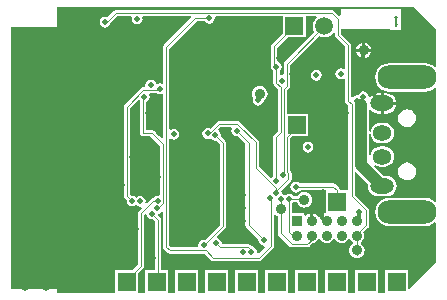
<source format=gtl>
G04 Layer_Physical_Order=1*
G04 Layer_Color=255*
%FSLAX25Y25*%
%MOIN*%
G70*
G01*
G75*
%ADD10R,0.00492X0.00492*%
%ADD11C,0.03543*%
%ADD12C,0.00492*%
%ADD13C,0.01181*%
%ADD14C,0.03937*%
%ADD15C,0.00591*%
%ADD16R,0.15714X0.87517*%
%ADD17R,0.05906X0.05906*%
%ADD18C,0.03543*%
%ADD19R,0.03543X0.03543*%
%ADD20C,0.05906*%
%ADD21O,0.19685X0.07874*%
%ADD22C,0.00394*%
%ADD23O,0.07874X0.05118*%
%ADD24O,0.06299X0.05118*%
%ADD25C,0.01969*%
%ADD26C,0.03150*%
G36*
X96342Y54702D02*
X96667Y54519D01*
Y43602D01*
X96747Y43199D01*
X96975Y42857D01*
X97317Y42629D01*
X97720Y42549D01*
X100128D01*
X103277Y39400D01*
Y23040D01*
X102777Y22629D01*
X102559Y22672D01*
X101868Y22535D01*
X101282Y22143D01*
X101125Y21909D01*
X100778Y21840D01*
X100436Y21611D01*
X100436Y21611D01*
X98908Y20084D01*
X98448Y20330D01*
X98534Y20762D01*
X98396Y21454D01*
X98005Y22040D01*
X97418Y22431D01*
X96727Y22569D01*
X96036Y22431D01*
X95470Y22053D01*
X95348Y22237D01*
X94762Y22628D01*
X94070Y22766D01*
X93807Y22713D01*
X93353Y23167D01*
Y51912D01*
X96160Y54720D01*
X96342Y54702D01*
D02*
G37*
G36*
X127330Y45075D02*
X127268Y44983D01*
X127131Y44291D01*
X127268Y43600D01*
X127660Y43014D01*
X128246Y42623D01*
X128937Y42485D01*
X129201Y42537D01*
X131820Y39918D01*
Y12795D01*
X131820Y12795D01*
X131901Y12392D01*
X132129Y12050D01*
X136193Y7986D01*
X136150Y7774D01*
X136288Y7082D01*
X136679Y6496D01*
X137266Y6105D01*
X137957Y5967D01*
X138161Y6008D01*
X138407Y5547D01*
X136273Y3413D01*
X136039Y3437D01*
X135651Y3967D01*
X135665Y4035D01*
X135527Y4727D01*
X135136Y5313D01*
X134549Y5704D01*
X133955Y5822D01*
X133521Y6257D01*
X133179Y6485D01*
X132776Y6566D01*
X132775Y6566D01*
X124137D01*
X123952Y6791D01*
X123814Y7483D01*
X123423Y8069D01*
X122837Y8460D01*
X122530Y8521D01*
X122365Y9064D01*
X125056Y11755D01*
X125056Y11755D01*
X125285Y12097D01*
X125365Y12500D01*
X125365Y12500D01*
Y40256D01*
X125365Y40256D01*
X125285Y40659D01*
X125056Y41001D01*
X125056Y41001D01*
X123588Y42469D01*
X123657Y42815D01*
X123519Y43506D01*
X123128Y44092D01*
X122888Y44252D01*
X122839Y44750D01*
X123606Y45516D01*
X127094D01*
X127330Y45075D01*
D02*
G37*
G36*
X102530Y56682D02*
X103222Y56545D01*
X103860Y56672D01*
X104007Y56639D01*
X104360Y56450D01*
Y41951D01*
X103898Y41759D01*
X101310Y44347D01*
X100968Y44576D01*
X100565Y44656D01*
X100565Y44656D01*
X98774D01*
Y54021D01*
X98796Y54026D01*
X99382Y54417D01*
X99774Y55003D01*
X99911Y55694D01*
X99800Y56256D01*
X100082Y56756D01*
X102420D01*
X102530Y56682D01*
D02*
G37*
G36*
X155667Y82038D02*
X155461Y81880D01*
X154862Y81098D01*
X154485Y80188D01*
X154356Y79212D01*
X154485Y78236D01*
X154830Y77403D01*
X144875Y67448D01*
X144647Y67106D01*
X144566Y66703D01*
X144566Y66703D01*
Y63091D01*
X144180Y62774D01*
X143898Y62830D01*
X143628Y62776D01*
X143242Y63094D01*
Y64305D01*
X143465Y64454D01*
X143857Y65040D01*
X143994Y65731D01*
X143857Y66422D01*
X143465Y67009D01*
X142879Y67400D01*
X142441Y67487D01*
Y72035D01*
X145879Y75472D01*
X151869D01*
Y82538D01*
X155498D01*
X155667Y82038D01*
D02*
G37*
G36*
X195437Y78298D02*
Y65649D01*
X194937Y65527D01*
X194017Y66233D01*
X192867Y66709D01*
X191634Y66872D01*
X179823D01*
X178589Y66709D01*
X177440Y66233D01*
X176453Y65476D01*
X175696Y64489D01*
X175220Y63340D01*
X175058Y62106D01*
X175220Y60873D01*
X175696Y59724D01*
X176453Y58737D01*
X177440Y57980D01*
X178589Y57503D01*
X179823Y57341D01*
X191634D01*
X192867Y57503D01*
X194017Y57980D01*
X194937Y58686D01*
X195437Y58563D01*
Y20767D01*
X194937Y20645D01*
X194017Y21351D01*
X192867Y21827D01*
X191634Y21990D01*
X179823D01*
X178589Y21827D01*
X177440Y21351D01*
X176453Y20594D01*
X175696Y19607D01*
X175220Y18458D01*
X175058Y17224D01*
X175220Y15991D01*
X175696Y14842D01*
X176453Y13855D01*
X177440Y13098D01*
X178589Y12622D01*
X179823Y12459D01*
X191634D01*
X192867Y12622D01*
X194017Y13098D01*
X194937Y13804D01*
X195437Y13681D01*
Y442D01*
X186426Y-8568D01*
X185965Y-8376D01*
Y-2224D01*
X178484D01*
Y-9705D01*
X177986Y-9708D01*
X176463D01*
X175965Y-9705D01*
X175965Y-9208D01*
Y-2224D01*
X168484D01*
X168484Y-9705D01*
X167986Y-9708D01*
X166463D01*
X165965Y-9705D01*
X165965Y-9208D01*
Y-2224D01*
X158484D01*
X158484Y-9705D01*
X157986Y-9708D01*
X156463D01*
X155965Y-9705D01*
X155965Y-9208D01*
Y-2224D01*
X148484D01*
X148484Y-9705D01*
X147986Y-9708D01*
X146463D01*
X145965Y-9705D01*
X145965Y-9208D01*
Y-2224D01*
X138484D01*
X138484Y-9705D01*
X137986Y-9708D01*
X136463D01*
X135965Y-9705D01*
X135965Y-9208D01*
Y-2224D01*
X128484D01*
X128484Y-9705D01*
X127986Y-9708D01*
X126463D01*
X125965Y-9705D01*
X125965Y-9208D01*
Y-2224D01*
X118484D01*
X118484Y-9705D01*
X117986Y-9708D01*
X116463D01*
X115965Y-9705D01*
X115965Y-9208D01*
Y-2224D01*
X108484D01*
X108484Y-9705D01*
X107986Y-9708D01*
X106463D01*
X105965Y-9705D01*
X105965Y-9208D01*
Y-2224D01*
X103662D01*
Y14715D01*
X103662Y14715D01*
X103582Y15118D01*
X103353Y15460D01*
X102670Y16143D01*
X102834Y16686D01*
X103088Y16737D01*
X103674Y17128D01*
X103860Y17405D01*
X104360Y17254D01*
Y5582D01*
X104360Y5582D01*
X104440Y5179D01*
X104668Y4837D01*
X105805Y3700D01*
X106147Y3472D01*
X106550Y3391D01*
X106550Y3391D01*
X118190D01*
X120310Y1272D01*
X120310Y1272D01*
X120652Y1043D01*
X121055Y963D01*
X121055Y963D01*
X136367D01*
X136367Y963D01*
X136770Y1043D01*
X137112Y1272D01*
X140965Y5125D01*
X140965Y5125D01*
X141193Y5466D01*
X141274Y5870D01*
Y16248D01*
X141774Y16418D01*
X141876Y16285D01*
X142410Y15875D01*
X142647Y15777D01*
Y10098D01*
X142647Y10098D01*
X142727Y9695D01*
X142956Y9353D01*
X146460Y5849D01*
X146460Y5849D01*
X146801Y5621D01*
X147205Y5541D01*
X147205Y5541D01*
X152461D01*
X152461Y5541D01*
X152864Y5621D01*
X153206Y5849D01*
X154183Y6826D01*
X154566Y6877D01*
X155188Y7135D01*
X155723Y7545D01*
X156133Y8079D01*
X156662D01*
X157072Y7545D01*
X157607Y7135D01*
X158230Y6877D01*
X158898Y6789D01*
X159566Y6877D01*
X160188Y7135D01*
X160723Y7545D01*
X161133Y8079D01*
X161662D01*
X162073Y7545D01*
X162607Y7135D01*
X163230Y6877D01*
X163898Y6789D01*
X164566Y6877D01*
X165188Y7135D01*
X165723Y7545D01*
X166133Y8079D01*
X166662D01*
X167072Y7545D01*
X167582Y7154D01*
X167628Y6973D01*
X167611Y6592D01*
X167171Y6254D01*
X166761Y5720D01*
X166503Y5097D01*
X166415Y4429D01*
X166503Y3761D01*
X166761Y3139D01*
X167171Y2604D01*
X167706Y2194D01*
X168328Y1936D01*
X168996Y1848D01*
X169664Y1936D01*
X170287Y2194D01*
X170821Y2604D01*
X171231Y3139D01*
X171489Y3761D01*
X171577Y4429D01*
X171489Y5097D01*
X171231Y5720D01*
X170821Y6254D01*
X170312Y6645D01*
X170266Y6827D01*
X170283Y7207D01*
X170723Y7545D01*
X171133Y8079D01*
X171391Y8702D01*
X171479Y9370D01*
X171391Y10038D01*
X171183Y10539D01*
X172694Y12050D01*
X172922Y12392D01*
X173003Y12795D01*
X173003Y12795D01*
Y17815D01*
X172922Y18218D01*
X172694Y18560D01*
X172694Y18560D01*
X168278Y22976D01*
Y30430D01*
X168778Y30637D01*
X172803Y26612D01*
X172707Y25886D01*
X172822Y25012D01*
X173160Y24198D01*
X173696Y23499D01*
X174395Y22963D01*
X175209Y22625D01*
X176083Y22511D01*
X178839D01*
X179712Y22625D01*
X180526Y22963D01*
X181225Y23499D01*
X181762Y24198D01*
X182099Y25012D01*
X182214Y25886D01*
X182099Y26759D01*
X181762Y27573D01*
X181225Y28273D01*
X180526Y28809D01*
X179712Y29146D01*
X178839Y29261D01*
X178016D01*
X174839Y32438D01*
X175169Y32815D01*
X175182Y32805D01*
X175996Y32468D01*
X176870Y32353D01*
X178051D01*
X178925Y32468D01*
X179739Y32805D01*
X180438Y33342D01*
X180974Y34041D01*
X181312Y34855D01*
X181427Y35728D01*
X181312Y36602D01*
X180974Y37416D01*
X180438Y38115D01*
X179739Y38651D01*
X178925Y38989D01*
X178051Y39104D01*
X176870D01*
X175996Y38989D01*
X175182Y38651D01*
X174483Y38115D01*
X173947Y37416D01*
X173610Y36602D01*
X173555Y36188D01*
X173055Y36221D01*
Y43110D01*
X173555Y43143D01*
X173610Y42729D01*
X173947Y41915D01*
X174483Y41216D01*
X175182Y40679D01*
X175996Y40342D01*
X176870Y40227D01*
X178051D01*
X178925Y40342D01*
X179739Y40679D01*
X180438Y41216D01*
X180974Y41915D01*
X181312Y42729D01*
X181427Y43602D01*
X181312Y44476D01*
X180974Y45290D01*
X180438Y45989D01*
X179739Y46525D01*
X178925Y46863D01*
X178051Y46978D01*
X176870D01*
X175996Y46863D01*
X175182Y46525D01*
X174483Y45989D01*
X173947Y45290D01*
X173610Y44476D01*
X173555Y44062D01*
X173055Y44095D01*
Y51072D01*
X173555Y51241D01*
X173696Y51058D01*
X174395Y50522D01*
X175209Y50185D01*
X176083Y50069D01*
X176969D01*
Y53445D01*
Y56820D01*
X176083D01*
X175209Y56705D01*
X174395Y56368D01*
X173696Y55832D01*
X173451Y55512D01*
X173143Y55578D01*
X172949Y55680D01*
X172824Y56308D01*
X172433Y56894D01*
X171846Y57285D01*
X171155Y57423D01*
X170464Y57285D01*
X169878Y56894D01*
X169486Y56308D01*
X169155Y56086D01*
X168898Y56137D01*
X168206Y56000D01*
X167646Y55625D01*
X167502Y55655D01*
X167146Y55798D01*
Y72816D01*
X167146Y72816D01*
X167066Y73219D01*
X166838Y73561D01*
X166838Y73561D01*
X163709Y76690D01*
Y78190D01*
X180153D01*
Y77994D01*
X183827D01*
Y83505D01*
X183630D01*
Y84883D01*
X163551D01*
Y82936D01*
X163051Y82729D01*
X161444Y84336D01*
X161102Y84565D01*
X160699Y84645D01*
X160699Y84645D01*
X88610D01*
X88610Y84645D01*
X88206Y84565D01*
X87865Y84336D01*
X87865Y84336D01*
X85692Y82164D01*
X85018Y82298D01*
X84326Y82160D01*
X83740Y81769D01*
X83349Y81182D01*
X83211Y80491D01*
X83349Y79800D01*
X83740Y79214D01*
X84326Y78822D01*
X85018Y78685D01*
X85709Y78822D01*
X86295Y79214D01*
X86686Y79800D01*
X86780Y80272D01*
X89046Y82538D01*
X93701D01*
X94029Y82038D01*
X93937Y81574D01*
X94074Y80882D01*
X94466Y80296D01*
X95052Y79905D01*
X95743Y79767D01*
X96434Y79905D01*
X97021Y80296D01*
X97412Y80882D01*
X97550Y81574D01*
X97457Y82038D01*
X97785Y82538D01*
X113653D01*
X113845Y82076D01*
X104668Y72899D01*
X104440Y72557D01*
X104360Y72154D01*
X104360Y72154D01*
Y60252D01*
X104007Y60063D01*
X103860Y60031D01*
X103222Y60158D01*
X102530Y60020D01*
X102418Y59945D01*
X101956Y60136D01*
X101938Y60223D01*
X101547Y60809D01*
X100961Y61201D01*
X100270Y61338D01*
X99578Y61201D01*
X98992Y60809D01*
X98601Y60223D01*
X98463Y59532D01*
X98519Y59250D01*
X98202Y58863D01*
X97760D01*
X97760Y58863D01*
X97357Y58783D01*
X97015Y58555D01*
X97015Y58555D01*
X91554Y53094D01*
X91326Y52752D01*
X91246Y52349D01*
X91246Y52349D01*
Y22730D01*
X91246Y22730D01*
X91326Y22327D01*
X91554Y21985D01*
X92317Y21223D01*
X92264Y20959D01*
X92401Y20268D01*
X92793Y19682D01*
X93379Y19290D01*
X94070Y19153D01*
X94762Y19290D01*
X95327Y19668D01*
X95450Y19485D01*
X96036Y19094D01*
X96727Y18956D01*
X97160Y19042D01*
X97406Y18581D01*
X96327Y17502D01*
X96099Y17160D01*
X96018Y16757D01*
X96018Y16757D01*
Y-385D01*
X94179Y-2224D01*
X88484D01*
X88484Y-9705D01*
X87986Y-9708D01*
X69095D01*
Y85673D01*
X188061D01*
X195437Y78298D01*
D02*
G37*
G36*
X144389Y76962D02*
X140643Y73216D01*
X140414Y72874D01*
X140334Y72471D01*
X140334Y72471D01*
Y66531D01*
X140334Y66531D01*
X140414Y66128D01*
X140450Y66075D01*
X140382Y65731D01*
X140519Y65040D01*
X140911Y64454D01*
X141134Y64305D01*
Y61801D01*
X141121Y61737D01*
X141121Y61737D01*
Y60310D01*
X141121Y60310D01*
X141202Y59907D01*
X141430Y59565D01*
X142610Y58385D01*
Y44198D01*
X141344Y42932D01*
X141116Y42590D01*
X141036Y42187D01*
X141036Y42187D01*
Y28979D01*
X140812Y28829D01*
X140652Y28590D01*
X140155Y28541D01*
X136290Y32406D01*
Y40453D01*
X136210Y40856D01*
X135981Y41198D01*
X135981Y41198D01*
X129865Y47315D01*
X129523Y47543D01*
X129119Y47623D01*
X129119Y47623D01*
X123169D01*
X123169Y47623D01*
X122766Y47543D01*
X122424Y47315D01*
X122424Y47315D01*
X120103Y44994D01*
X119983Y45074D01*
X119291Y45212D01*
X118600Y45074D01*
X118014Y44683D01*
X117622Y44097D01*
X117485Y43406D01*
X117622Y42714D01*
X118014Y42128D01*
X118600Y41737D01*
X119291Y41599D01*
X119983Y41737D01*
X120005Y41752D01*
X120495Y41654D01*
X120573Y41538D01*
X121159Y41146D01*
X121850Y41009D01*
X122032Y41045D01*
X123257Y39819D01*
Y12936D01*
X118231Y7911D01*
X117913Y7974D01*
X117222Y7836D01*
X116636Y7445D01*
X116244Y6859D01*
X116107Y6168D01*
X116163Y5885D01*
X115846Y5499D01*
X106986D01*
X106467Y6018D01*
Y41421D01*
X106967Y41688D01*
X107314Y41456D01*
X108006Y41318D01*
X108697Y41456D01*
X109283Y41847D01*
X109675Y42434D01*
X109812Y43125D01*
X109675Y43816D01*
X109283Y44402D01*
X108697Y44794D01*
X108006Y44931D01*
X107314Y44794D01*
X106967Y44561D01*
X106467Y44829D01*
Y71718D01*
X115565Y80815D01*
X118424D01*
X118574Y80591D01*
X119160Y80200D01*
X119851Y80062D01*
X120543Y80200D01*
X121128Y80591D01*
X121520Y81178D01*
X121658Y81869D01*
X121601Y82151D01*
X121919Y82538D01*
X144389D01*
Y76962D01*
D02*
G37*
G36*
X98940Y16346D02*
X99020Y15943D01*
X99412Y15357D01*
X99998Y14965D01*
X100689Y14828D01*
X100953Y14880D01*
X101555Y14278D01*
Y-2224D01*
X98484D01*
X98484Y-9705D01*
X97986Y-9708D01*
X96463D01*
X95965Y-9705D01*
X95965Y-9208D01*
Y-3419D01*
X97817Y-1567D01*
X97817Y-1567D01*
X98046Y-1225D01*
X98126Y-822D01*
X98126Y-822D01*
Y16229D01*
X98475Y16512D01*
X98940Y16346D01*
D02*
G37*
G36*
X161601Y76772D02*
Y76253D01*
X161601Y76253D01*
X161682Y75850D01*
X161910Y75508D01*
X165039Y72379D01*
Y65047D01*
X164539Y64779D01*
X164274Y64956D01*
X163583Y65094D01*
X162891Y64956D01*
X162305Y64565D01*
X161914Y63979D01*
X161776Y63287D01*
X161914Y62596D01*
X162305Y62010D01*
X162891Y61619D01*
X163583Y61481D01*
X164274Y61619D01*
X164539Y61796D01*
X165039Y61528D01*
Y54282D01*
X165039Y54282D01*
X165119Y53878D01*
X165347Y53536D01*
X166171Y52713D01*
Y24897D01*
X166142Y24409D01*
X163945D01*
X163455Y24508D01*
X163375Y24911D01*
X163147Y25253D01*
X163147Y25253D01*
X161916Y26483D01*
X161574Y26712D01*
X161171Y26792D01*
X161171Y26792D01*
X149866D01*
X149313Y27161D01*
X148622Y27299D01*
X147931Y27161D01*
X147345Y26769D01*
X146953Y26183D01*
X146816Y25492D01*
X146953Y24801D01*
X147345Y24215D01*
X147931Y23823D01*
X148622Y23686D01*
X149313Y23823D01*
X149899Y24215D01*
X150213Y24685D01*
X158275D01*
X158661Y24409D01*
Y16929D01*
X158661Y16929D01*
X158442Y16896D01*
X158230Y16863D01*
X158205Y16853D01*
X157607Y16605D01*
X157072Y16195D01*
X156662Y15661D01*
X156133D01*
X155723Y16195D01*
X155188Y16605D01*
X154566Y16863D01*
X154390Y16886D01*
Y14370D01*
X153405D01*
Y16886D01*
X153230Y16863D01*
X152607Y16605D01*
X152073Y16195D01*
X151957Y16044D01*
X151457Y16214D01*
Y16929D01*
X147412D01*
Y20125D01*
X147643Y20279D01*
X147792Y20503D01*
X149020D01*
X149241Y19969D01*
X149651Y19435D01*
X150186Y19025D01*
X150808Y18767D01*
X151476Y18679D01*
X152144Y18767D01*
X152767Y19025D01*
X153302Y19435D01*
X153712Y19969D01*
X153970Y20592D01*
X154058Y21260D01*
X153970Y21928D01*
X153712Y22550D01*
X153302Y23085D01*
X152767Y23495D01*
X152144Y23753D01*
X151476Y23841D01*
X150808Y23753D01*
X150186Y23495D01*
X149651Y23085D01*
X149287Y22610D01*
X147792D01*
X147643Y22833D01*
X147057Y23225D01*
X146365Y23362D01*
X145674Y23225D01*
X145359Y23015D01*
X144985Y22872D01*
X144607Y23014D01*
X144294Y23224D01*
X144193Y23244D01*
X143939Y23623D01*
X143803Y24306D01*
X146919Y27422D01*
X146919Y27422D01*
X147147Y27764D01*
X147227Y28167D01*
X147227Y28167D01*
Y30135D01*
X147147Y30538D01*
X146919Y30880D01*
X146919Y30880D01*
X146686Y31113D01*
Y41850D01*
X147258Y42421D01*
X152854D01*
Y49902D01*
X145702D01*
Y57893D01*
X146365Y58556D01*
X146365Y58556D01*
X146594Y58898D01*
X146674Y59301D01*
X146674Y59301D01*
Y66267D01*
X156320Y75913D01*
X157152Y75568D01*
X158129Y75440D01*
X159105Y75568D01*
X160015Y75945D01*
X160796Y76544D01*
X161101Y76942D01*
X161601Y76772D01*
D02*
G37*
%LPC*%
G36*
X185728Y51502D02*
X184958Y51400D01*
X184239Y51103D01*
X183622Y50630D01*
X183149Y50013D01*
X182852Y49294D01*
X182750Y48524D01*
X182852Y47753D01*
X183149Y47034D01*
X183622Y46418D01*
X184239Y45944D01*
X184958Y45647D01*
X185728Y45545D01*
X186499Y45647D01*
X187217Y45944D01*
X187834Y46418D01*
X188308Y47034D01*
X188605Y47753D01*
X188707Y48524D01*
X188605Y49294D01*
X188308Y50013D01*
X187834Y50630D01*
X187217Y51103D01*
X186499Y51400D01*
X185728Y51502D01*
D02*
G37*
G36*
Y33785D02*
X184958Y33684D01*
X184239Y33386D01*
X183622Y32913D01*
X183149Y32296D01*
X182852Y31578D01*
X182750Y30807D01*
X182852Y30036D01*
X183149Y29318D01*
X183622Y28701D01*
X184239Y28228D01*
X184958Y27930D01*
X185728Y27829D01*
X186499Y27930D01*
X187217Y28228D01*
X187834Y28701D01*
X188308Y29318D01*
X188605Y30036D01*
X188707Y30807D01*
X188605Y31578D01*
X188308Y32296D01*
X187834Y32913D01*
X187217Y33386D01*
X186499Y33684D01*
X185728Y33785D01*
D02*
G37*
G36*
X152717Y40674D02*
X152025Y40537D01*
X151439Y40145D01*
X151048Y39559D01*
X150910Y38868D01*
X151048Y38177D01*
X151439Y37591D01*
X152025Y37199D01*
X152717Y37062D01*
X153408Y37199D01*
X153994Y37591D01*
X154386Y38177D01*
X154523Y38868D01*
X154386Y39559D01*
X153994Y40145D01*
X153408Y40537D01*
X152717Y40674D01*
D02*
G37*
G36*
X182149Y52953D02*
X177953D01*
Y50069D01*
X178839D01*
X179712Y50185D01*
X180526Y50522D01*
X181225Y51058D01*
X181762Y51757D01*
X182099Y52571D01*
X182149Y52953D01*
D02*
G37*
G36*
X173776Y70669D02*
X171752D01*
Y68645D01*
X171928Y68668D01*
X172550Y68926D01*
X173085Y69336D01*
X173495Y69871D01*
X173753Y70493D01*
X173776Y70669D01*
D02*
G37*
G36*
X170768Y73678D02*
X170592Y73655D01*
X169969Y73397D01*
X169435Y72987D01*
X169025Y72452D01*
X168767Y71829D01*
X168744Y71653D01*
X170768D01*
Y73678D01*
D02*
G37*
G36*
X171752D02*
Y71653D01*
X173776D01*
X173753Y71829D01*
X173495Y72452D01*
X173085Y72987D01*
X172550Y73397D01*
X171928Y73655D01*
X171752Y73678D01*
D02*
G37*
G36*
X170768Y70669D02*
X168744D01*
X168767Y70493D01*
X169025Y69871D01*
X169435Y69336D01*
X169969Y68926D01*
X170592Y68668D01*
X170768Y68645D01*
Y70669D01*
D02*
G37*
G36*
X136614Y59176D02*
X135946Y59088D01*
X135324Y58830D01*
X134789Y58420D01*
X134379Y57885D01*
X134121Y57262D01*
X134033Y56595D01*
X134121Y55926D01*
X134379Y55304D01*
X134483Y55168D01*
X134349Y54494D01*
X134486Y53803D01*
X134878Y53217D01*
X135464Y52825D01*
X136155Y52688D01*
X136846Y52825D01*
X137433Y53217D01*
X137824Y53803D01*
X137940Y54386D01*
X138439Y54769D01*
X138849Y55304D01*
X139107Y55926D01*
X139195Y56595D01*
X139107Y57262D01*
X138849Y57885D01*
X138439Y58420D01*
X137905Y58830D01*
X137282Y59088D01*
X136614Y59176D01*
D02*
G37*
G36*
X178839Y56820D02*
X177953D01*
Y53937D01*
X182149D01*
X182099Y54318D01*
X181762Y55133D01*
X181225Y55832D01*
X180526Y56368D01*
X179712Y56705D01*
X178839Y56820D01*
D02*
G37*
G36*
X155512Y64602D02*
X154821Y64464D01*
X154235Y64073D01*
X153843Y63486D01*
X153705Y62795D01*
X153843Y62104D01*
X154235Y61518D01*
X154821Y61126D01*
X155512Y60989D01*
X156203Y61126D01*
X156789Y61518D01*
X157181Y62104D01*
X157318Y62795D01*
X157181Y63486D01*
X156789Y64073D01*
X156203Y64464D01*
X155512Y64602D01*
D02*
G37*
%LPD*%
D10*
X126132Y46570D02*
D03*
X124132D02*
D03*
D11*
X151476Y21260D02*
D03*
X136614Y56595D02*
D03*
X171260Y71161D02*
D03*
X143701Y18110D02*
D03*
X168996Y4429D02*
D03*
D12*
X104331Y20202D02*
Y39836D01*
X105413Y5582D02*
Y72154D01*
Y5582D02*
X106550Y4445D01*
X105413Y72154D02*
X115128Y81869D01*
X119851D01*
X106550Y4445D02*
X118627D01*
X121055Y2017D01*
X136367D01*
X102663Y18534D02*
X104331Y20202D01*
X100565Y43602D02*
X104331Y39836D01*
X102269Y18927D02*
X102663Y18534D01*
X97720Y43602D02*
X100565D01*
X135236Y31969D02*
Y40453D01*
Y31969D02*
X142133Y25073D01*
X145633Y42286D02*
X149311Y45965D01*
X129650Y46014D02*
X133858Y41806D01*
X142133Y24126D02*
Y25073D01*
Y24126D02*
X146174Y28167D01*
Y30135D01*
X145633Y30676D02*
X146174Y30135D01*
X145633Y30676D02*
Y42286D01*
X149114Y46161D02*
X149311Y45965D01*
X136367Y2017D02*
X140220Y5870D01*
X133858Y4035D02*
Y4429D01*
X132776Y5512D02*
X133858Y4429D01*
X123425Y5512D02*
X132776D01*
X122146Y6791D02*
X123425Y5512D01*
X140220Y5870D02*
Y21752D01*
X97072Y16757D02*
X101181Y20866D01*
X97072Y-822D02*
Y16757D01*
X102608Y-5571D02*
Y14715D01*
X102224Y-5965D02*
X102510D01*
X100689Y16634D02*
X102608Y14715D01*
X92323Y-5571D02*
X97072Y-822D01*
X101181Y20866D02*
X102559D01*
X102397Y18406D02*
Y18799D01*
X102269Y18927D02*
X102397Y18799D01*
X102264Y18932D02*
X102269Y18927D01*
X97720Y43602D02*
Y55310D01*
X85264Y80245D02*
X88610Y83591D01*
X142188Y61750D02*
Y65731D01*
X142175Y61737D02*
X142188Y61750D01*
X142175Y60310D02*
Y61737D01*
Y60310D02*
X143664Y58821D01*
X144648Y29619D02*
Y58329D01*
X144451Y29422D02*
X144648Y29619D01*
X143664Y43762D02*
Y58821D01*
X144648Y58329D02*
X145620Y59301D01*
X142090Y42187D02*
X143664Y43762D01*
X141388Y66531D02*
X142188Y65731D01*
X145620Y59301D02*
Y66703D01*
X158129Y79212D01*
X142090Y27552D02*
Y42187D01*
X141388Y66531D02*
Y72471D01*
X148129Y79212D01*
X92299Y22730D02*
X94070Y20959D01*
X160699Y83591D02*
X162655Y81635D01*
Y76253D02*
Y81635D01*
Y76253D02*
X166093Y72816D01*
X88610Y83591D02*
X160699D01*
X166093Y54282D02*
Y72816D01*
X102680Y57810D02*
X103222Y58351D01*
X92299Y52349D02*
X97760Y57810D01*
X102680D01*
X97720Y55310D02*
X98105Y55694D01*
X92299Y22730D02*
Y52349D01*
X124132Y46570D02*
X126132D01*
X147205Y6594D02*
X152461D01*
X143701Y10098D02*
X147205Y6594D01*
X143701Y10098D02*
Y21555D01*
X146358Y10728D02*
Y20875D01*
X132874Y12795D02*
X137896Y7774D01*
X137957D01*
X146365Y21556D02*
X151180D01*
X151476Y21260D01*
X146365Y20974D02*
Y21556D01*
X152461Y6594D02*
X153937Y8071D01*
X146358Y10728D02*
X148898Y8189D01*
X148622Y25492D02*
X148868Y25738D01*
X161171D01*
X168898Y9370D02*
Y9744D01*
X162402Y20669D02*
Y24508D01*
X161171Y25738D02*
X162402Y24508D01*
X168996Y3051D02*
Y9055D01*
X121752Y42815D02*
X124311Y40256D01*
X121752Y42815D02*
X121850D01*
X153937Y8071D02*
Y9187D01*
X132874Y12795D02*
Y40354D01*
X128937Y44291D02*
X132874Y40354D01*
X119291Y43406D02*
X120005D01*
X126132Y46570D02*
X129119D01*
X120005Y43406D02*
X123169Y46570D01*
X124132D01*
X118110Y6299D02*
X124311Y12500D01*
Y40256D01*
X129119Y46570D02*
X135236Y40453D01*
X168898Y9744D02*
X171949Y12795D01*
Y17815D01*
X167224Y22539D02*
X171949Y17815D01*
X167224Y22539D02*
Y53150D01*
X166093Y54282D02*
X167224Y53150D01*
D13*
X169685Y13976D02*
Y17323D01*
X157382Y15295D02*
X159193Y13484D01*
X154193D02*
X155020Y14311D01*
X149193Y13484D02*
X149803Y14095D01*
X157382Y15295D02*
Y19094D01*
X171161Y59744D02*
Y71161D01*
Y59744D02*
X177461Y53445D01*
D14*
X170276Y33071D02*
X177461Y25886D01*
X170276Y33071D02*
Y52854D01*
D15*
X182449Y82127D02*
X181531D01*
X181990D01*
Y79372D01*
X182449Y79831D01*
D16*
X61435Y35195D02*
D03*
D17*
X142224Y-5965D02*
D03*
X132224D02*
D03*
X162224D02*
D03*
X152224D02*
D03*
X122224D02*
D03*
X112224D02*
D03*
X102224D02*
D03*
X92224D02*
D03*
X162402Y20669D02*
D03*
X182224Y-5965D02*
D03*
X172224D02*
D03*
X149114Y46161D02*
D03*
X148129Y79212D02*
D03*
D18*
X168898Y14370D02*
D03*
X163898D02*
D03*
X158898D02*
D03*
X153898D02*
D03*
X148898Y9370D02*
D03*
X153898D02*
D03*
X158898D02*
D03*
X163898D02*
D03*
X168898D02*
D03*
D19*
X148898Y14370D02*
D03*
D20*
X158129Y79212D02*
D03*
D21*
X185728Y62106D02*
D03*
Y17224D02*
D03*
D22*
Y48524D02*
D03*
Y30807D02*
D03*
D23*
X177461Y25886D02*
D03*
Y53445D02*
D03*
D24*
Y35728D02*
D03*
Y43602D02*
D03*
D25*
X102466Y25789D02*
D03*
X133858Y4035D02*
D03*
X122146Y6791D02*
D03*
X103084Y43518D02*
D03*
X102397Y18406D02*
D03*
X100689Y16634D02*
D03*
X102559Y20866D02*
D03*
X96727Y20762D02*
D03*
X85018Y80491D02*
D03*
X141794Y46740D02*
D03*
X142188Y65731D02*
D03*
X142680Y81180D02*
D03*
X144451Y29422D02*
D03*
X142090Y27552D02*
D03*
X94070Y20959D02*
D03*
X73013Y45264D02*
D03*
X119851Y81869D02*
D03*
X95743Y81574D02*
D03*
X90528Y26174D02*
D03*
X86198Y-1181D02*
D03*
Y-3641D02*
D03*
Y-6790D02*
D03*
X91217Y7774D02*
D03*
X95350Y11414D02*
D03*
X91414Y14957D02*
D03*
X103222Y58351D02*
D03*
X100270Y59532D02*
D03*
X98105Y55694D02*
D03*
X131561Y60713D02*
D03*
X111586Y53791D02*
D03*
X99443Y50113D02*
D03*
X94029Y35546D02*
D03*
X83345Y74587D02*
D03*
X131069Y3739D02*
D03*
X137957Y7774D02*
D03*
X142133Y23623D02*
D03*
X143602Y21555D02*
D03*
X140157Y21752D02*
D03*
X146365Y21556D02*
D03*
X148622Y25492D02*
D03*
X148360Y28262D02*
D03*
X157382Y19094D02*
D03*
X157677Y24016D02*
D03*
X143110Y68602D02*
D03*
X69488Y32874D02*
D03*
X175591Y8366D02*
D03*
X190650Y7972D02*
D03*
X172933Y74705D02*
D03*
X192028Y68209D02*
D03*
X119291Y43406D02*
D03*
X121850Y42815D02*
D03*
X163189Y66535D02*
D03*
X155512Y62795D02*
D03*
X163583Y63287D02*
D03*
X169685Y17323D02*
D03*
X119620Y34759D02*
D03*
X115289D02*
D03*
X110958D02*
D03*
X119620Y30428D02*
D03*
X115289D02*
D03*
X110958Y30428D02*
D03*
X119620Y26097D02*
D03*
X115289D02*
D03*
X110958D02*
D03*
X131037Y22948D02*
D03*
X126706D02*
D03*
X122376D02*
D03*
X131037Y18617D02*
D03*
X126706D02*
D03*
X122376D02*
D03*
X131037Y14286D02*
D03*
X126706D02*
D03*
X122376D02*
D03*
X128937Y44291D02*
D03*
X136155Y54494D02*
D03*
X101903Y35251D02*
D03*
X102592Y28853D02*
D03*
X141077Y54050D02*
D03*
X152789Y33184D02*
D03*
X108006Y43125D02*
D03*
X143898Y61024D02*
D03*
X138976Y71752D02*
D03*
X151378Y63090D02*
D03*
X147441D02*
D03*
X117913Y6168D02*
D03*
X68799Y38780D02*
D03*
X152717Y38868D02*
D03*
X165453Y50098D02*
D03*
X168898Y54331D02*
D03*
X170669Y52854D02*
D03*
X171155Y55616D02*
D03*
X74344Y41648D02*
D03*
X100886Y1870D02*
D03*
D26*
X65339Y-477D02*
D03*
X58253D02*
D03*
Y-7563D02*
D03*
X65339D02*
D03*
Y18067D02*
D03*
X58253D02*
D03*
Y25153D02*
D03*
Y32240D02*
D03*
Y39327D02*
D03*
Y46413D02*
D03*
Y53500D02*
D03*
Y60586D02*
D03*
Y67673D02*
D03*
Y74760D02*
D03*
X65339Y25153D02*
D03*
Y32240D02*
D03*
Y39327D02*
D03*
Y46413D02*
D03*
Y53500D02*
D03*
Y60586D02*
D03*
Y67673D02*
D03*
Y74760D02*
D03*
M02*

</source>
